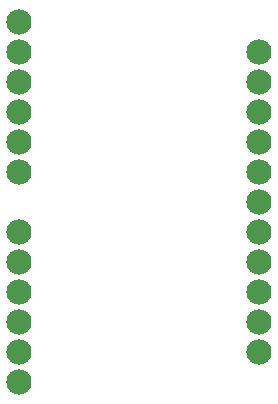
<source format=gbs>
G04*
G04 #@! TF.GenerationSoftware,Altium Limited,Altium Designer,24.9.1 (31)*
G04*
G04 Layer_Color=16711935*
%FSLAX44Y44*%
%MOMM*%
G71*
G04*
G04 #@! TF.SameCoordinates,8B15B8A4-CC8F-4B91-B826-D3DC1A653359*
G04*
G04*
G04 #@! TF.FilePolarity,Negative*
G04*
G01*
G75*
%ADD18C,2.1336*%
D18*
X95233Y325120D02*
D03*
X298433Y299720D02*
D03*
X95233D02*
D03*
X298433Y274320D02*
D03*
X95233D02*
D03*
X298433Y248920D02*
D03*
X95233D02*
D03*
X298433Y223520D02*
D03*
X95233D02*
D03*
X298433Y198120D02*
D03*
X95233D02*
D03*
X298433Y172720D02*
D03*
X95233Y147320D02*
D03*
X298433D02*
D03*
X95233Y121920D02*
D03*
X298433D02*
D03*
X95233Y96520D02*
D03*
X298433D02*
D03*
X95233Y71120D02*
D03*
X298433D02*
D03*
X95233Y45720D02*
D03*
X298433D02*
D03*
X95233Y20320D02*
D03*
M02*

</source>
